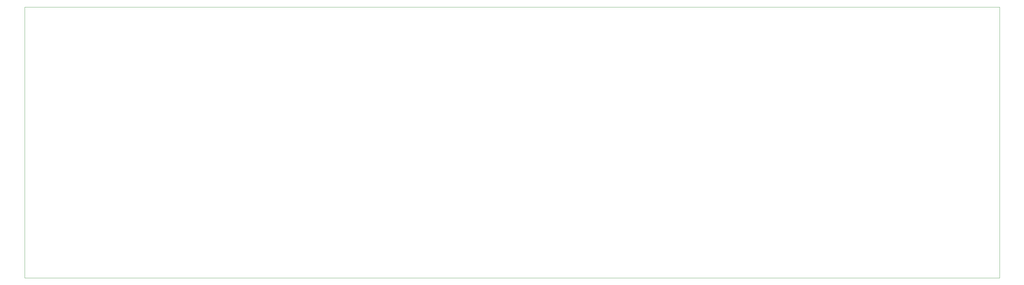
<source format=gbr>
%TF.GenerationSoftware,KiCad,Pcbnew,7.0.9*%
%TF.CreationDate,2024-06-20T11:52:21+03:00*%
%TF.ProjectId,___________ _____,1c304235-4038-43d4-913a-304f203f3b30,rev?*%
%TF.SameCoordinates,Original*%
%TF.FileFunction,Profile,NP*%
%FSLAX46Y46*%
G04 Gerber Fmt 4.6, Leading zero omitted, Abs format (unit mm)*
G04 Created by KiCad (PCBNEW 7.0.9) date 2024-06-20 11:52:21*
%MOMM*%
%LPD*%
G01*
G04 APERTURE LIST*
%TA.AperFunction,Profile*%
%ADD10C,0.100000*%
%TD*%
G04 APERTURE END LIST*
D10*
X293000000Y-109000000D02*
X2000000Y-109000000D01*
X293000000Y-28000000D02*
X293000000Y-109000000D01*
X2000000Y-28000000D02*
X293000000Y-28000000D01*
X2000000Y-109000000D02*
X2000000Y-28000000D01*
M02*

</source>
